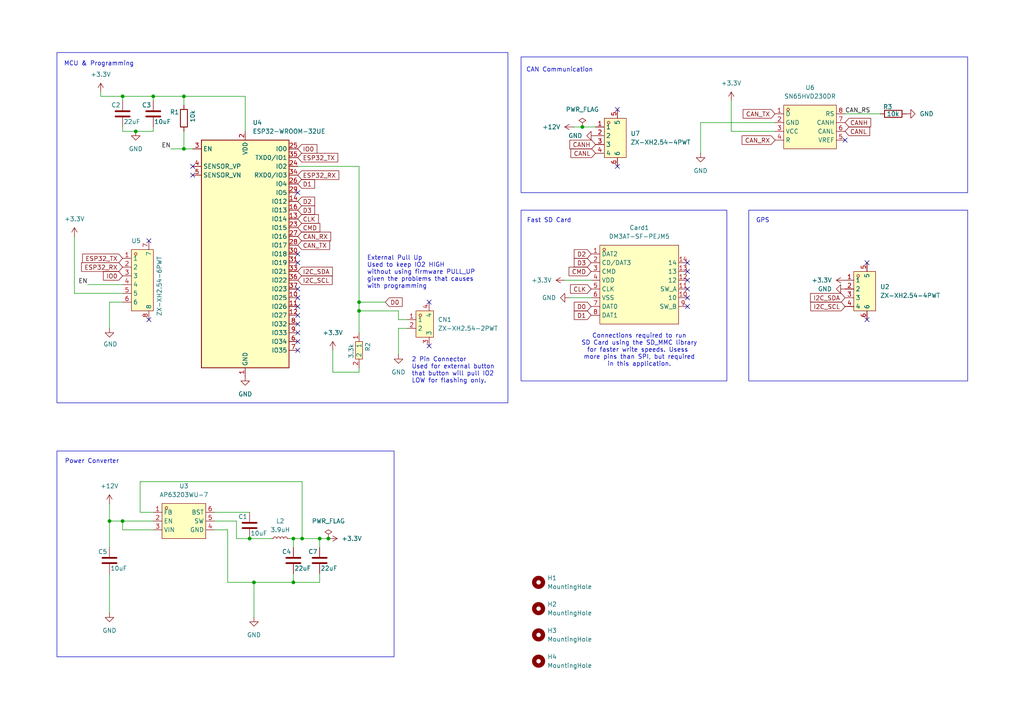
<source format=kicad_sch>
(kicad_sch (version 20250114) (generator "eeschema") (generator_version "9.0")
  (paper "A4")
  (lib_symbols
    (symbol "Device:C" (pin_numbers (hide yes)) (pin_names (offset 0.254))
      (property "Reference" "C" (at 0.635 2.54 0))
      (property "Value" "C" (at 0.635 -2.54 0))
      (symbol "C_0_1"
        (polyline (pts (xy -2.032 0.762) (xy 2.032 0.762)) (stroke (width 0.508)))
        (polyline (pts (xy -2.032 -0.762) (xy 2.032 -0.762)) (stroke (width 0.508)))
      )
      (symbol "C_1_1"
        (pin passive line (at 0 3.81 270) (length 2.794) (name "~") (number "1"))
        (pin passive line (at 0 -3.81 90) (length 2.794) (name "~") (number "2"))
      )
    )
    (symbol "Device:L_Small" (pin_numbers (hide yes)) (pin_names (offset 0.254) (hide yes))
      (property "Reference" "L" (at 0.762 1.016 0))
      (property "Value" "L_Small" (at 0.762 -1.016 0))
      (symbol "L_Small_0_1"
        (arc (start 0 2.032) (mid 0.5058 1.524) (end 0 1.016))
        (arc (start 0 1.016) (mid 0.5058 0.508) (end 0 0))
        (arc (start 0 0) (mid 0.5058 -0.508) (end 0 -1.016))
        (arc (start 0 -1.016) (mid 0.5058 -1.524) (end 0 -2.032))
      )
      (symbol "L_Small_1_1"
        (pin passive line (at 0 2.54 270) (length 0.508) (name "~") (number "1"))
        (pin passive line (at 0 -2.54 90) (length 0.508) (name "~") (number "2"))
      )
    )
    (symbol "Device:R" (pin_numbers (hide yes)) (pin_names (offset 0))
      (property "Reference" "R" (at 2.032 0 90))
      (property "Value" "R" (at 0 0 90))
      (symbol "R_0_1"
        (rectangle (start -1.016 -2.54) (end 1.016 2.54) (stroke (width 0.254)))
      )
      (symbol "R_1_1"
        (pin passive line (at 0 3.81 270) (length 1.27) (name "~") (number "1"))
        (pin passive line (at 0 -3.81 90) (length 1.27) (name "~") (number "2"))
      )
    )
    (symbol "LCSC:1206W4F3301T5E"
      (property "Reference" "R" (at 0 5.08 0))
      (property "Value" "1206W4F3301T5E" (at 0 -5.08 0))
      (symbol "1206W4F3301T5E_0_1"
        (rectangle (start -2.54 1.02) (end 2.54 -1.02) (fill (type background)))
        (pin input line (at -5.08 0 0) (length 2.54) (name "1") (number "1"))
        (pin input line (at 5.08 0 180) (length 2.54) (name "2") (number "2"))
      )
    )
    (symbol "LCSC:AP63203WU-7"
      (property "Reference" "U3" (at 0 10.16 0))
      (property "Value" "AP63203WU-7" (at 0 7.62 0))
      (symbol "AP63203WU-7_0_1"
        (rectangle (start -6.35 5.08) (end 6.35 -5.08) (fill (type background)))
        (circle (center -5.08 3.81) (radius 0.38))
      )
      (symbol "AP63203WU-7_1_1"
        (pin input line (at -8.89 2.54 0) (length 2.54) (name "FB") (number "1"))
        (pin input line (at -8.89 0 0) (length 2.54) (name "EN") (number "2"))
        (pin power_in line (at -8.89 -2.54 0) (length 2.54) (name "VIN") (number "3"))
        (pin bidirectional line (at 8.89 2.54 180) (length 2.54) (name "BST") (number "6"))
        (pin bidirectional line (at 8.89 0 180) (length 2.54) (name "SW") (number "5"))
        (pin power_out line (at 8.89 -2.54 180) (length 2.54) (name "GND") (number "4"))
      )
    )
    (symbol "LCSC:DM3AT-SF-PEJM5"
      (property "Reference" "Card" (at 0 12.7 0))
      (property "Value" "DM3AT-SF-PEJM5" (at 0 -15.24 0))
      (symbol "DM3AT-SF-PEJM5_0_1"
        (rectangle (start -11.43 10.16) (end 11.43 -12.7) (fill (type background)))
        (circle (center -10.16 8.89) (radius 0.38))
        (pin unspecified line (at -13.97 7.62 0) (length 2.54) (name "DAT2") (number "1"))
        (pin unspecified line (at -13.97 5.08 0) (length 2.54) (name "CD/DAT3") (number "2"))
        (pin unspecified line (at -13.97 2.54 0) (length 2.54) (name "CMD") (number "3"))
        (pin unspecified line (at -13.97 0 0) (length 2.54) (name "VDD") (number "4"))
        (pin unspecified line (at -13.97 -2.54 0) (length 2.54) (name "CLK") (number "5"))
        (pin unspecified line (at -13.97 -5.08 0) (length 2.54) (name "VSS") (number "6"))
        (pin unspecified line (at -13.97 -7.62 0) (length 2.54) (name "DAT0") (number "7"))
        (pin unspecified line (at -13.97 -10.16 0) (length 2.54) (name "DAT1") (number "8"))
        (pin unspecified line (at 13.97 5.08 180) (length 2.54) (name "14") (number "14"))
        (pin unspecified line (at 13.97 2.54 180) (length 2.54) (name "13") (number "13"))
        (pin unspecified line (at 13.97 0 180) (length 2.54) (name "12") (number "12"))
        (pin unspecified line (at 13.97 -2.54 180) (length 2.54) (name "SW_A") (number "11"))
        (pin unspecified line (at 13.97 -5.08 180) (length 2.54) (name "10") (number "10"))
        (pin unspecified line (at 13.97 -7.62 180) (length 2.54) (name "SW_B") (number "9"))
      )
    )
    (symbol "LCSC:SN65HVD230DR"
      (property "Reference" "U" (at 0 8.89 0))
      (property "Value" "SN65HVD230DR" (at 0 -8.89 0))
      (symbol "SN65HVD230DR_0_1"
        (rectangle (start -7.62 6.35) (end 7.62 -6.35) (fill (type background)))
        (circle (center -6.35 5.08) (radius 0.38))
        (pin unspecified line (at -10.16 3.81 0) (length 2.54) (name "D") (number "1"))
        (pin unspecified line (at -10.16 1.27 0) (length 2.54) (name "GND") (number "2"))
        (pin unspecified line (at -10.16 -1.27 0) (length 2.54) (name "VCC") (number "3"))
        (pin unspecified line (at -10.16 -3.81 0) (length 2.54) (name "R") (number "4"))
        (pin unspecified line (at 10.16 3.81 180) (length 2.54) (name "RS") (number "8"))
        (pin unspecified line (at 10.16 1.27 180) (length 2.54) (name "CANH") (number "7"))
        (pin unspecified line (at 10.16 -1.27 180) (length 2.54) (name "CANL") (number "6"))
        (pin unspecified line (at 10.16 -3.81 180) (length 2.54) (name "VREF") (number "5"))
      )
    )
    (symbol "LCSC:ZX-XH2.54-2PWT"
      (property "Reference" "CN" (at 0 11.43 0))
      (property "Value" "ZX-XH2.54-2PWT" (at 0 -11.43 0))
      (symbol "ZX-XH2.54-2PWT_0_1"
        (rectangle (start -1.27 3.81) (end 3.81 -3.81) (fill (type background)))
        (circle (center 0 2.54) (radius 0.38))
        (pin unspecified line (at -3.81 1.27 0) (length 2.54) (name "1") (number "1"))
        (pin unspecified line (at -3.81 -1.27 0) (length 2.54) (name "2") (number "2"))
        (pin unspecified line (at 2.54 6.35 270) (length 2.54) (name "4") (number "4"))
        (pin unspecified line (at 2.54 -6.35 90) (length 2.54) (name "3") (number "3"))
      )
    )
    (symbol "LCSC:ZX-XH2.54-4PWT"
      (property "Reference" "U" (at 0 13.97 0))
      (property "Value" "ZX-XH2.54-4PWT" (at 0 -12.7 0))
      (symbol "ZX-XH2.54-4PWT_0_1"
        (rectangle (start -1.27 6.35) (end 5.08 -5.08) (fill (type background)))
        (circle (center 0 5.08) (radius 0.38))
        (pin unspecified line (at -3.81 3.81 0) (length 2.54) (name "1") (number "1"))
        (pin unspecified line (at -3.81 1.27 0) (length 2.54) (name "2") (number "2"))
        (pin unspecified line (at -3.81 -1.27 0) (length 2.54) (name "3") (number "3"))
        (pin unspecified line (at -3.81 -3.81 0) (length 2.54) (name "4") (number "4"))
        (pin unspecified line (at 2.54 8.89 270) (length 2.54) (name "5") (number "5"))
        (pin unspecified line (at 2.54 -7.62 90) (length 2.54) (name "6") (number "6"))
      )
    )
    (symbol "LCSC:ZX-XH2.54-6PWT"
      (property "Reference" "U" (at 0 16.51 0))
      (property "Value" "ZX-XH2.54-6PWT" (at 0 -16.51 0))
      (symbol "ZX-XH2.54-6PWT_0_1"
        (rectangle (start -1.27 8.89) (end 5.08 -8.89) (fill (type background)))
        (circle (center 0 7.62) (radius 0.38))
        (pin unspecified line (at -3.81 6.35 0) (length 2.54) (name "1") (number "1"))
        (pin unspecified line (at -3.81 3.81 0) (length 2.54) (name "2") (number "2"))
        (pin unspecified line (at -3.81 1.27 0) (length 2.54) (name "3") (number "3"))
        (pin unspecified line (at -3.81 -1.27 0) (length 2.54) (name "4") (number "4"))
        (pin unspecified line (at -3.81 -3.81 0) (length 2.54) (name "5") (number "5"))
        (pin unspecified line (at -3.81 -6.35 0) (length 2.54) (name "6") (number "6"))
        (pin unspecified line (at 3.81 11.43 270) (length 2.54) (name "7") (number "7"))
        (pin unspecified line (at 3.81 -11.43 90) (length 2.54) (name "8") (number "8"))
      )
    )
    (symbol "Mechanical:MountingHole" (pin_names (offset 1.016)) (in_bom no)
      (property "Reference" "H" (at 0 5.08 0))
      (property "Value" "MountingHole" (at 0 3.175 0))
      (symbol "MountingHole_0_1"
        (circle (center 0 0) (radius 1.27) (stroke (width 1.27)))
      )
    )
    (symbol "RF_Module:ESP32-WROOM-32UE"
      (property "Reference" "U" (at -12.7 34.29 0))
      (property "Value" "ESP32-WROOM-32UE" (at 1.27 34.29 0))
      (symbol "ESP32-WROOM-32UE_0_1"
        (rectangle (start -12.7 33.02) (end 12.7 -33.02) (stroke (width 0.254)) (fill (type background)))
      )
      (symbol "ESP32-WROOM-32UE_1_1"
        (pin input line (at -15.24 30.48 0) (length 2.54) (name "EN") (number "3"))
        (pin input line (at -15.24 25.4 0) (length 2.54) (name "SENSOR_VP") (number "4"))
        (pin input line (at -15.24 22.86 0) (length 2.54) (name "SENSOR_VN") (number "5"))
        (pin no_connect line (at -12.7 0 0) (length 2.54) (hide yes) (name "NC") (number "21"))
        (pin no_connect line (at -12.7 -2.54 0) (length 2.54) (hide yes) (name "NC") (number "22"))
        (pin no_connect line (at -12.7 -5.08 0) (length 2.54) (hide yes) (name "NC") (number "17"))
        (pin no_connect line (at -12.7 -7.62 0) (length 2.54) (hide yes) (name "NC") (number "18"))
        (pin no_connect line (at -12.7 -10.16 0) (length 2.54) (hide yes) (name "NC") (number "20"))
        (pin no_connect line (at -12.7 -12.7 0) (length 2.54) (hide yes) (name "NC") (number "19"))
        (pin no_connect line (at -12.7 -27.94 0) (length 2.54) (hide yes) (name "NC") (number "32"))
        (pin power_in line (at 0 35.56 270) (length 2.54) (name "VDD") (number "2"))
        (pin power_in line (at 0 -35.56 90) (length 2.54) (name "GND") (number "1"))
        (pin passive line (at 0 -35.56 90) (length 2.54) (hide yes) (name "GND") (number "15"))
        (pin passive line (at 0 -35.56 90) (length 2.54) (hide yes) (name "GND") (number "38"))
        (pin passive line (at 0 -35.56 90) (length 2.54) (hide yes) (name "GND") (number "39"))
        (pin bidirectional line (at 15.24 30.48 180) (length 2.54) (name "IO0") (number "25"))
        (pin bidirectional line (at 15.24 27.94 180) (length 2.54) (name "TXD0/IO1") (number "35"))
        (pin bidirectional line (at 15.24 25.4 180) (length 2.54) (name "IO2") (number "24"))
        (pin bidirectional line (at 15.24 22.86 180) (length 2.54) (name "RXD0/IO3") (number "34"))
        (pin bidirectional line (at 15.24 20.32 180) (length 2.54) (name "IO4") (number "26"))
        (pin bidirectional line (at 15.24 17.78 180) (length 2.54) (name "IO5") (number "29"))
        (pin bidirectional line (at 15.24 15.24 180) (length 2.54) (name "IO12") (number "14"))
        (pin bidirectional line (at 15.24 12.7 180) (length 2.54) (name "IO13") (number "16"))
        (pin bidirectional line (at 15.24 10.16 180) (length 2.54) (name "IO14") (number "13"))
        (pin bidirectional line (at 15.24 7.62 180) (length 2.54) (name "IO15") (number "23"))
        (pin bidirectional line (at 15.24 5.08 180) (length 2.54) (name "IO16") (number "27"))
        (pin bidirectional line (at 15.24 2.54 180) (length 2.54) (name "IO17") (number "28"))
        (pin bidirectional line (at 15.24 0 180) (length 2.54) (name "IO18") (number "30"))
        (pin bidirectional line (at 15.24 -2.54 180) (length 2.54) (name "IO19") (number "31"))
        (pin bidirectional line (at 15.24 -5.08 180) (length 2.54) (name "IO21") (number "33"))
        (pin bidirectional line (at 15.24 -7.62 180) (length 2.54) (name "IO22") (number "36"))
        (pin bidirectional line (at 15.24 -10.16 180) (length 2.54) (name "IO23") (number "37"))
        (pin bidirectional line (at 15.24 -12.7 180) (length 2.54) (name "IO25") (number "10"))
        (pin bidirectional line (at 15.24 -15.24 180) (length 2.54) (name "IO26") (number "11"))
        (pin bidirectional line (at 15.24 -17.78 180) (length 2.54) (name "IO27") (number "12"))
        (pin bidirectional line (at 15.24 -20.32 180) (length 2.54) (name "IO32") (number "8"))
        (pin bidirectional line (at 15.24 -22.86 180) (length 2.54) (name "IO33") (number "9"))
        (pin input line (at 15.24 -25.4 180) (length 2.54) (name "IO34") (number "6"))
        (pin input line (at 15.24 -27.94 180) (length 2.54) (name "IO35") (number "7"))
      )
    )
    (symbol "power:+12V" (power) (pin_numbers (hide yes)) (pin_names (offset 0) (hide yes))
      (property "Value" "+12V" (at 0 3.556 0))
      (symbol "+12V_0_1"
        (polyline (pts (xy -0.762 1.27) (xy 0 2.54)))
        (polyline (pts (xy 0 2.54) (xy 0.762 1.27)))
        (polyline (pts (xy 0 0) (xy 0 2.54)))
      )
      (symbol "+12V_1_1"
        (pin power_in line (at 0 0 90) (length 0) (name "~") (number "1"))
      )
    )
    (symbol "power:+3.3V" (power) (pin_numbers (hide yes)) (pin_names (offset 0) (hide yes))
      (property "Value" "+3.3V" (at 0 3.556 0))
      (symbol "+3.3V_0_1"
        (polyline (pts (xy -0.762 1.27) (xy 0 2.54)))
        (polyline (pts (xy 0 2.54) (xy 0.762 1.27)))
        (polyline (pts (xy 0 0) (xy 0 2.54)))
      )
      (symbol "+3.3V_1_1"
        (pin power_in line (at 0 0 90) (length 0) (name "~") (number "1"))
      )
    )
    (symbol "power:GND" (power) (pin_numbers (hide yes)) (pin_names (offset 0) (hide yes))
      (property "Value" "GND" (at 0 -3.81 0))
      (symbol "GND_0_1"
        (polyline (pts (xy 0 0) (xy 0 -1.27) (xy 1.27 -1.27) (xy 0 -2.54) (xy -1.27 -1.27) (xy 0 -1.27)))
      )
      (symbol "GND_1_1"
        (pin power_in line (at 0 0 270) (length 0) (name "~") (number "1"))
      )
    )
    (symbol "power:GND1" (power) (pin_numbers (hide yes)) (pin_names (offset 0) (hide yes))
      (property "Value" "GND1" (at 0 -3.81 0))
      (symbol "GND1_0_1"
        (polyline (pts (xy 0 0) (xy 0 -1.27) (xy 1.27 -1.27) (xy 0 -2.54) (xy -1.27 -1.27) (xy 0 -1.27)))
      )
      (symbol "GND1_1_1"
        (pin power_in line (at 0 0 270) (length 0) (name "~") (number "1"))
      )
    )
    (symbol "power:PWR_FLAG" (power) (pin_numbers (hide yes)) (pin_names (offset 0) (hide yes))
      (property "Value" "PWR_FLAG" (at 0 3.81 0))
      (symbol "PWR_FLAG_0_0"
        (pin power_out line (at 0 0 90) (length 0) (name "~") (number "1"))
      )
      (symbol "PWR_FLAG_0_1"
        (polyline (pts (xy 0 0) (xy 0 1.27) (xy -1.016 1.905) (xy 0 2.54) (xy 1.016 1.905) (xy 0 1.27)))
      )
    )
  )
  (rectangle (start 151.13 60.96) (end 210.82 110.49))
  (rectangle (start 151.13 16.51) (end 280.67 55.88))
  (rectangle (start 16.51 130.81) (end 114.3 190.5))
  (rectangle (start 16.51 15.24) (end 147.32 116.84))
  (rectangle (start 217.17 60.96) (end 280.67 110.49))
  (text "Fast SD Card" (at 159.258 64.008 0) (effects (font (size 1.27 1.27))))
  (text "Connections required to run\nSD Card using the SD_MMC library\nfor faster write speeds. Usess \nmore pins than SPI, but required\nin this application." (at 185.42 101.6 0) (effects (font (size 1.27 1.27))))
  (text "CAN Communication" (at 162.306 20.32 0) (effects (font (size 1.27 1.27))))
  (text "MCU & Programming" (at 28.702 18.542 0) (effects (font (size 1.27 1.27))))
  (text "GPS" (at 221.234 64.008 0) (effects (font (size 1.27 1.27))))
  (text "External Pull Up\nUsed to keep IO2 HIGH\nwithout using firmware PULL_UP\ngiven the problems that causes \nwith programming" (at 106.426 78.994 0) (effects (font (size 1.27 1.27)) (justify left)))
  (text "2 Pin Connector\nUsed for external button\nthat button will pull IO2\nLOW for flashing only." (at 119.38 107.442 0) (effects (font (size 1.27 1.27)) (justify left)))
  (text "Power Converter" (at 26.67 133.858 0) (effects (font (size 1.27 1.27))))
  (junction (at 104.14 87.63))
  (junction (at 73.66 168.91))
  (junction (at 72.39 156.21))
  (junction (at 53.34 43.18))
  (junction (at 92.71 156.21))
  (junction (at 39.37 38.1))
  (junction (at 85.09 168.91))
  (junction (at 31.75 151.13))
  (junction (at 85.09 156.21))
  (junction (at 168.91 36.83))
  (junction (at 104.14 90.17))
  (junction (at 35.56 151.13))
  (junction (at 87.63 156.21))
  (junction (at 35.56 27.94))
  (junction (at 95.25 156.21))
  (junction (at 53.34 27.94))
  (junction (at 44.45 27.94))
  (no_connect (at 245.11 40.64))
  (no_connect (at 55.88 50.8))
  (no_connect (at 199.39 86.36))
  (no_connect (at 199.39 88.9))
  (no_connect (at 199.39 78.74))
  (no_connect (at 43.18 69.85))
  (no_connect (at 86.36 88.9))
  (no_connect (at 43.18 92.71))
  (no_connect (at 199.39 83.82))
  (no_connect (at 86.36 93.98))
  (no_connect (at 86.36 86.36))
  (no_connect (at 179.07 31.75))
  (no_connect (at 86.36 76.2))
  (no_connect (at 251.46 76.2))
  (no_connect (at 179.07 48.26))
  (no_connect (at 124.46 87.63))
  (no_connect (at 55.88 48.26))
  (no_connect (at 251.46 92.71))
  (no_connect (at 199.39 81.28))
  (no_connect (at 86.36 83.82))
  (no_connect (at 86.36 73.66))
  (no_connect (at 86.36 101.6))
  (no_connect (at 86.36 55.88))
  (no_connect (at 199.39 76.2))
  (no_connect (at 86.36 91.44))
  (no_connect (at 124.46 100.33))
  (no_connect (at 86.36 96.52))
  (no_connect (at 86.36 99.06))
  (wire (pts (xy 166.37 36.83) (xy 168.91 36.83)))
  (wire (pts (xy 29.21 26.67) (xy 29.21 27.94)))
  (wire (pts (xy 203.2 44.45) (xy 203.2 35.56)))
  (wire (pts (xy 53.34 27.94) (xy 53.34 30.48)))
  (wire (pts (xy 66.04 168.91) (xy 73.66 168.91)))
  (wire (pts (xy 73.66 168.91) (xy 73.66 179.07)))
  (wire (pts (xy 35.56 153.67) (xy 44.45 153.67)))
  (wire (pts (xy 31.75 151.13) (xy 35.56 151.13)))
  (wire (pts (xy 115.57 95.25) (xy 115.57 102.87)))
  (wire (pts (xy 168.91 36.83) (xy 172.72 36.83)))
  (wire (pts (xy 73.66 168.91) (xy 85.09 168.91)))
  (wire (pts (xy 35.56 38.1) (xy 39.37 38.1)))
  (wire (pts (xy 21.59 68.58) (xy 21.59 85.09)))
  (wire (pts (xy 104.14 48.26) (xy 104.14 87.63)))
  (wire (pts (xy 85.09 166.37) (xy 85.09 168.91)))
  (wire (pts (xy 212.09 38.1) (xy 224.79 38.1)))
  (wire (pts (xy 72.39 156.21) (xy 78.74 156.21)))
  (wire (pts (xy 203.2 35.56) (xy 224.79 35.56)))
  (wire (pts (xy 25.4 82.55) (xy 35.56 82.55)))
  (wire (pts (xy 83.82 156.21) (xy 85.09 156.21)))
  (wire (pts (xy 31.75 95.25) (xy 31.75 87.63)))
  (wire (pts (xy 39.37 38.1) (xy 44.45 38.1)))
  (wire (pts (xy 40.64 139.7) (xy 40.64 148.59)))
  (wire (pts (xy 21.59 85.09) (xy 35.56 85.09)))
  (wire (pts (xy 96.52 107.95) (xy 104.14 107.95)))
  (wire (pts (xy 85.09 156.21) (xy 87.63 156.21)))
  (wire (pts (xy 35.56 36.83) (xy 35.56 38.1)))
  (wire (pts (xy 92.71 156.21) (xy 92.71 158.75)))
  (wire (pts (xy 29.21 27.94) (xy 35.56 27.94)))
  (wire (pts (xy 118.11 95.25) (xy 115.57 95.25)))
  (wire (pts (xy 104.14 106.68) (xy 104.14 107.95)))
  (wire (pts (xy 71.12 38.1) (xy 71.12 27.94)))
  (wire (pts (xy 53.34 43.18) (xy 55.88 43.18)))
  (wire (pts (xy 87.63 156.21) (xy 87.63 139.7)))
  (wire (pts (xy 49.53 43.18) (xy 53.34 43.18)))
  (wire (pts (xy 35.56 153.67) (xy 35.56 151.13)))
  (wire (pts (xy 35.56 27.94) (xy 35.56 29.21)))
  (wire (pts (xy 86.36 48.26) (xy 104.14 48.26)))
  (wire (pts (xy 85.09 156.21) (xy 85.09 158.75)))
  (wire (pts (xy 96.52 101.6) (xy 96.52 107.95)))
  (wire (pts (xy 111.76 87.63) (xy 104.14 87.63)))
  (wire (pts (xy 87.63 156.21) (xy 92.71 156.21)))
  (wire (pts (xy 245.11 33.02) (xy 255.27 33.02)))
  (wire (pts (xy 53.34 27.94) (xy 71.12 27.94)))
  (wire (pts (xy 118.11 92.71) (xy 115.57 92.71)))
  (wire (pts (xy 53.34 38.1) (xy 53.34 43.18)))
  (wire (pts (xy 35.56 151.13) (xy 44.45 151.13)))
  (wire (pts (xy 163.83 81.28) (xy 171.45 81.28)))
  (wire (pts (xy 40.64 148.59) (xy 44.45 148.59)))
  (wire (pts (xy 92.71 166.37) (xy 92.71 168.91)))
  (wire (pts (xy 68.58 151.13) (xy 68.58 156.21)))
  (wire (pts (xy 87.63 139.7) (xy 40.64 139.7)))
  (wire (pts (xy 62.23 153.67) (xy 66.04 153.67)))
  (wire (pts (xy 104.14 87.63) (xy 104.14 90.17)))
  (wire (pts (xy 31.75 87.63) (xy 35.56 87.63)))
  (wire (pts (xy 212.09 29.21) (xy 212.09 38.1)))
  (wire (pts (xy 31.75 151.13) (xy 31.75 158.75)))
  (wire (pts (xy 85.09 168.91) (xy 92.71 168.91)))
  (wire (pts (xy 62.23 148.59) (xy 72.39 148.59)))
  (wire (pts (xy 66.04 153.67) (xy 66.04 168.91)))
  (wire (pts (xy 35.56 27.94) (xy 44.45 27.94)))
  (wire (pts (xy 62.23 151.13) (xy 68.58 151.13)))
  (wire (pts (xy 104.14 90.17) (xy 115.57 90.17)))
  (wire (pts (xy 44.45 27.94) (xy 53.34 27.94)))
  (wire (pts (xy 92.71 156.21) (xy 95.25 156.21)))
  (wire (pts (xy 104.14 90.17) (xy 104.14 96.52)))
  (wire (pts (xy 115.57 92.71) (xy 115.57 90.17)))
  (wire (pts (xy 68.58 156.21) (xy 72.39 156.21)))
  (wire (pts (xy 165.1 86.36) (xy 171.45 86.36)))
  (wire (pts (xy 44.45 27.94) (xy 44.45 29.21)))
  (wire (pts (xy 31.75 146.05) (xy 31.75 151.13)))
  (wire (pts (xy 44.45 38.1) (xy 44.45 36.83)))
  (wire (pts (xy 31.75 166.37) (xy 31.75 177.8)))
  (label "CAN_RS" (at 245.11 33.02 0))
  (label "EN" (at 25.4 82.55 180))
  (label "EN" (at 49.53 43.18 180))
  (global_label "D1" (shape input) (at 171.45 91.44 180) (property "Intersheetrefs" "${INTERSHEET_REFS}" (effects (hide yes))))
  (global_label "I2C_SCL" (shape input) (at 245.11 88.9 180) (property "Intersheetrefs" "${INTERSHEET_REFS}" (effects (hide yes))))
  (global_label "CANL" (shape input) (at 172.72 44.45 180) (property "Intersheetrefs" "${INTERSHEET_REFS}" (effects (hide yes))))
  (global_label "IO0" (shape input) (at 86.36 43.18 0) (property "Intersheetrefs" "${INTERSHEET_REFS}" (effects (hide yes))))
  (global_label "CLK" (shape input) (at 171.45 83.82 180) (property "Intersheetrefs" "${INTERSHEET_REFS}" (effects (hide yes))))
  (global_label "I2C_SCL" (shape input) (at 86.36 81.28 0) (property "Intersheetrefs" "${INTERSHEET_REFS}" (effects (hide yes))))
  (global_label "CAN_TX" (shape input) (at 224.79 33.02 180) (property "Intersheetrefs" "${INTERSHEET_REFS}" (effects (hide yes))))
  (global_label "D3" (shape input) (at 171.45 76.2 180) (property "Intersheetrefs" "${INTERSHEET_REFS}" (effects (hide yes))))
  (global_label "CLK" (shape input) (at 86.36 63.5 0) (property "Intersheetrefs" "${INTERSHEET_REFS}" (effects (hide yes))))
  (global_label "ESP32_TX" (shape input) (at 86.36 45.72 0) (property "Intersheetrefs" "${INTERSHEET_REFS}" (effects (hide yes))))
  (global_label "I2C_SDA" (shape input) (at 86.36 78.74 0) (property "Intersheetrefs" "${INTERSHEET_REFS}" (effects (hide yes))))
  (global_label "CANH" (shape input) (at 245.11 35.56 0) (property "Intersheetrefs" "${INTERSHEET_REFS}" (effects (hide yes))))
  (global_label "ESP32_TX" (shape input) (at 35.56 74.93 180) (property "Intersheetrefs" "${INTERSHEET_REFS}" (effects (hide yes))))
  (global_label "CMD" (shape input) (at 171.45 78.74 180) (property "Intersheetrefs" "${INTERSHEET_REFS}" (effects (hide yes))))
  (global_label "CAN_TX" (shape input) (at 86.36 71.12 0) (property "Intersheetrefs" "${INTERSHEET_REFS}" (effects (hide yes))))
  (global_label "D0" (shape input) (at 171.45 88.9 180) (property "Intersheetrefs" "${INTERSHEET_REFS}" (effects (hide yes))))
  (global_label "CAN_RX" (shape input) (at 224.79 40.64 180) (property "Intersheetrefs" "${INTERSHEET_REFS}" (effects (hide yes))))
  (global_label "CMD" (shape input) (at 86.36 66.04 0) (property "Intersheetrefs" "${INTERSHEET_REFS}" (effects (hide yes))))
  (global_label "ESP32_RX" (shape input) (at 86.36 50.8 0) (property "Intersheetrefs" "${INTERSHEET_REFS}" (effects (hide yes))))
  (global_label "ESP32_RX" (shape input) (at 35.56 77.47 180) (property "Intersheetrefs" "${INTERSHEET_REFS}" (effects (hide yes))))
  (global_label "I2C_SDA" (shape input) (at 245.11 86.36 180) (property "Intersheetrefs" "${INTERSHEET_REFS}" (effects (hide yes))))
  (global_label "D2" (shape input) (at 171.45 73.66 180) (property "Intersheetrefs" "${INTERSHEET_REFS}" (effects (hide yes))))
  (global_label "CANL" (shape input) (at 245.11 38.1 0) (property "Intersheetrefs" "${INTERSHEET_REFS}" (effects (hide yes))))
  (global_label "D1" (shape input) (at 86.36 53.34 0) (property "Intersheetrefs" "${INTERSHEET_REFS}" (effects (hide yes))))
  (global_label "IO0" (shape input) (at 35.56 80.01 180) (property "Intersheetrefs" "${INTERSHEET_REFS}" (effects (hide yes))))
  (global_label "CAN_RX" (shape input) (at 86.36 68.58 0) (property "Intersheetrefs" "${INTERSHEET_REFS}" (effects (hide yes))))
  (global_label "D0" (shape input) (at 111.76 87.63 0) (property "Intersheetrefs" "${INTERSHEET_REFS}" (effects (hide yes))))
  (global_label "D2" (shape input) (at 86.36 58.42 0) (property "Intersheetrefs" "${INTERSHEET_REFS}" (effects (hide yes))))
  (global_label "D3" (shape input) (at 86.36 60.96 0) (property "Intersheetrefs" "${INTERSHEET_REFS}" (effects (hide yes))))
  (global_label "CANH" (shape input) (at 172.72 41.91 180) (property "Intersheetrefs" "${INTERSHEET_REFS}" (effects (hide yes))))
  (symbol (lib_id "Device:R") (at 53.34 34.29 0) (unit 1)
    (property "Reference" "R1" (at 49.276 32.512 0) (effects (justify left)))
    (property "Value" "10k" (at 55.88 35.56 90) (effects (justify left)))
    (property "Footprint" "easyeda2kicad:R1206" (effects (hide yes)))
    (property "Datasheet" "https://lcsc.com/product-detail/Chip-Resistor-Surface-Mount-UniOhm_10KR-1002-1_C17902.html" (effects (hide yes)))
    (property "Description" "Resistor" (effects (hide yes)))
    (property "LCSC Part" "C17902" (effects (hide yes)))
  )
  (symbol (lib_id "Mechanical:MountingHole") (at 156.21 176.53 0) (unit 1) (in_bom no)
    (property "Reference" "H2" (at 158.75 175.2599 0) (effects (justify left)))
    (property "Value" "MountingHole" (at 158.75 177.7999 0) (effects (justify left)))
    (property "Footprint" "MountingHole:MountingHole_2.5mm" (effects (hide yes)))
    (property "Description" "Mounting Hole without connection" (effects (hide yes)))
  )
  (symbol (lib_id "power:GND") (at 245.11 83.82 270) (unit 1)
    (property "Reference" "#PWR013" (effects (hide yes)))
    (property "Value" "GND" (at 241.3 83.8199 90) (effects (justify right)))
    (property "Description" "Power symbol creates a global label with name \"GND\" , ground" (effects (hide yes)))
  )
  (symbol (lib_id "power:+12V") (at 166.37 36.83 90) (unit 1)
    (property "Reference" "#PWR027" (effects (hide yes)))
    (property "Value" "+12V" (at 162.56 36.8299 90) (effects (justify left)))
    (property "Description" "Power symbol creates a global label with name \"+12V\"" (effects (hide yes)))
  )
  (symbol (lib_id "power:+3.3V") (at 29.21 26.67 0) (unit 1)
    (property "Reference" "#PWR010" (effects (hide yes)))
    (property "Value" "+3.3V" (at 29.21 21.59 0))
    (property "Description" "Power symbol creates a global label with name \"+3.3V\"" (effects (hide yes)))
  )
  (symbol (lib_id "LCSC:SN65HVD230DR") (at 234.95 36.83 0) (unit 1)
    (property "Reference" "U6" (at 234.95 25.4 0))
    (property "Value" "SN65HVD230DR" (at 234.95 27.94 0))
    (property "Footprint" "easyeda2kicad:SOIC-8_L4.9-W3.9-P1.27-LS6.0-BL" (effects (hide yes)))
    (property "Datasheet" "https://lcsc.com/product-detail/CAN_TI_SN65HVD230DR_SN65HVD230DR_C12084.html" (effects (hide yes)))
    (property "LCSC Part" "C12084" (effects (hide yes)))
  )
  (symbol (lib_id "Mechanical:MountingHole") (at 156.21 191.77 0) (unit 1) (in_bom no)
    (property "Reference" "H4" (at 158.75 190.4999 0) (effects (justify left)))
    (property "Value" "MountingHole" (at 158.75 193.0399 0) (effects (justify left)))
    (property "Footprint" "MountingHole:MountingHole_2.5mm" (effects (hide yes)))
    (property "Description" "Mounting Hole without connection" (effects (hide yes)))
  )
  (symbol (lib_id "power:+3.3V") (at 212.09 29.21 0) (unit 1)
    (property "Reference" "#PWR025" (effects (hide yes)))
    (property "Value" "+3.3V" (at 212.09 24.13 0))
    (property "Description" "Power symbol creates a global label with name \"+3.3V\"" (effects (hide yes)))
  )
  (symbol (lib_id "power:PWR_FLAG") (at 168.91 36.83 0) (unit 1)
    (property "Reference" "#FLG01" (effects (hide yes)))
    (property "Value" "PWR_FLAG" (at 168.91 31.75 0))
    (property "Description" "Special symbol for telling ERC where power comes from" (effects (hide yes)))
  )
  (symbol (lib_id "power:+3.3V") (at 96.52 101.6 0) (unit 1)
    (property "Reference" "#PWR07" (effects (hide yes)))
    (property "Value" "+3.3V" (at 96.52 96.52 0))
    (property "Description" "Power symbol creates a global label with name \"+3.3V\"" (effects (hide yes)))
  )
  (symbol (lib_id "Device:C") (at 31.75 162.56 0) (unit 1)
    (property "Reference" "C5" (at 28.448 160.02 0) (effects (justify left)))
    (property "Value" "10uF" (at 32.004 164.846 0) (effects (justify left)))
    (property "Footprint" "easyeda2kicad:C1206" (effects (hide yes)))
    (property "Datasheet" "https://lcsc.com/product-detail/Multilayer-Ceramic-Capacitors-MLCC-SMD-SMT_SAMSUNG_CL31B104KBCNNNC_100nF-104-10-50V_C24497.html" (effects (hide yes)))
    (property "Description" "Unpolarized capacitor" (effects (hide yes)))
    (property "LCSC Part" "C24497" (effects (hide yes)))
  )
  (symbol (lib_id "LCSC:ZX-XH2.54-6PWT") (at 39.37 81.28 0) (unit 1)
    (property "Reference" "U5" (at 38.1 69.85 0) (effects (justify left)))
    (property "Value" "ZX-XH2.54-6PWT" (at 46.228 91.694 90) (effects (justify left)))
    (property "Footprint" "easyeda2kicad:CONN-SMD_ZX-XH2.54-6PWT" (effects (hide yes)))
    (property "LCSC Part" "C7429675" (effects (hide yes)))
  )
  (symbol (lib_id "power:+12V") (at 31.75 146.05 0) (unit 1)
    (property "Reference" "#PWR014" (effects (hide yes)))
    (property "Value" "+12V" (at 31.75 140.97 0))
    (property "Description" "Power symbol creates a global label with name \"+12V\"" (effects (hide yes)))
  )
  (symbol (lib_id "power:PWR_FLAG") (at 95.25 156.21 0) (unit 1)
    (property "Reference" "#FLG05" (effects (hide yes)))
    (property "Value" "PWR_FLAG" (at 95.25 151.13 0))
    (property "Description" "Special symbol for telling ERC where power comes from" (effects (hide yes)))
  )
  (symbol (lib_id "power:GND") (at 172.72 39.37 270) (unit 1)
    (property "Reference" "#PWR028" (effects (hide yes)))
    (property "Value" "GND" (at 168.91 39.3699 90) (effects (justify right)))
    (property "Description" "Power symbol creates a global label with name \"GND\" , ground" (effects (hide yes)))
  )
  (symbol (lib_id "Mechanical:MountingHole") (at 156.21 168.91 0) (unit 1) (in_bom no)
    (property "Reference" "H1" (at 158.75 167.6399 0) (effects (justify left)))
    (property "Value" "MountingHole" (at 158.75 170.1799 0) (effects (justify left)))
    (property "Footprint" "MountingHole:MountingHole_2.5mm" (effects (hide yes)))
    (property "Description" "Mounting Hole without connection" (effects (hide yes)))
  )
  (symbol (lib_id "power:GND") (at 203.2 44.45 0) (unit 1)
    (property "Reference" "#PWR011" (effects (hide yes)))
    (property "Value" "GND" (at 203.2 49.53 0))
    (property "Description" "Power symbol creates a global label with name \"GND\" , ground" (effects (hide yes)))
  )
  (symbol (lib_id "power:GND") (at 115.57 102.87 0) (unit 1)
    (property "Reference" "#PWR08" (effects (hide yes)))
    (property "Value" "GND" (at 115.57 107.95 0))
    (property "Description" "Power symbol creates a global label with name \"GND\" , ground" (effects (hide yes)))
  )
  (symbol (lib_id "Device:C") (at 85.09 162.56 0) (unit 1)
    (property "Reference" "C4" (at 81.788 160.02 0) (effects (justify left)))
    (property "Value" "22uF" (at 85.344 164.846 0) (effects (justify left)))
    (property "Footprint" "easyeda2kicad:C1206" (effects (hide yes)))
    (property "Datasheet" "https://lcsc.com/product-detail/Multilayer-Ceramic-Capacitors-MLCC-SMD-SMT_SAMSUNG_CL31B226KPHNNNE_22uF-226-10-10V_C87996.html" (effects (hide yes)))
    (property "Description" "Unpolarized capacitor" (effects (hide yes)))
    (property "LCSC Part" "C87996" (effects (hide yes)))
  )
  (symbol (lib_id "power:GND") (at 31.75 95.25 0) (unit 1)
    (property "Reference" "#PWR016" (effects (hide yes)))
    (property "Value" "GND" (at 32.004 99.822 0))
    (property "Description" "Power symbol creates a global label with name \"GND\" , ground" (effects (hide yes)))
  )
  (symbol (lib_id "power:GND") (at 39.37 38.1 0) (unit 1)
    (property "Reference" "#PWR09" (effects (hide yes)))
    (property "Value" "GND" (at 39.37 43.18 0))
    (property "Description" "Power symbol creates a global label with name \"GND\" , ground" (effects (hide yes)))
  )
  (symbol (lib_id "power:GND") (at 165.1 86.36 270) (unit 1)
    (property "Reference" "#PWR01" (effects (hide yes)))
    (property "Value" "GND" (at 161.29 86.3599 90) (effects (justify right)))
    (property "Description" "Power symbol creates a global label with name \"GND\" , ground" (effects (hide yes)))
  )
  (symbol (lib_id "power:+3.3V") (at 21.59 68.58 0) (unit 1)
    (property "Reference" "#PWR017" (effects (hide yes)))
    (property "Value" "+3.3V" (at 21.59 63.5 0))
    (property "Description" "Power symbol creates a global label with name \"+3.3V\"" (effects (hide yes)))
  )
  (symbol (lib_id "Mechanical:MountingHole") (at 156.21 184.15 0) (unit 1) (in_bom no)
    (property "Reference" "H3" (at 158.75 182.8799 0) (effects (justify left)))
    (property "Value" "MountingHole" (at 158.75 185.4199 0) (effects (justify left)))
    (property "Footprint" "MountingHole:MountingHole_2.5mm" (effects (hide yes)))
    (property "Description" "Mounting Hole without connection" (effects (hide yes)))
  )
  (symbol (lib_id "power:+3.3V") (at 95.25 156.21 270) (unit 1)
    (property "Reference" "#PWR021" (effects (hide yes)))
    (property "Value" "+3.3V" (at 99.06 156.2099 90) (effects (justify left)))
    (property "Description" "Power symbol creates a global label with name \"+3.3V\"" (effects (hide yes)))
  )
  (symbol (lib_id "LCSC:ZX-XH2.54-4PWT") (at 176.53 40.64 0) (unit 1)
    (property "Reference" "U7" (at 182.88 38.7349 0) (effects (justify left)))
    (property "Value" "ZX-XH2.54-4PWT" (at 182.88 41.2749 0) (effects (justify left)))
    (property "Footprint" "easyeda2kicad:CONN-SMD_4P-P2.50-WAFER-254W-4P" (effects (hide yes)))
    (property "LCSC Part" "C7429673" (effects (hide yes)))
  )
  (symbol (lib_id "LCSC:ZX-XH2.54-4PWT") (at 248.92 85.09 0) (unit 1)
    (property "Reference" "U2" (at 255.27 83.1849 0) (effects (justify left)))
    (property "Value" "ZX-XH2.54-4PWT" (at 255.27 85.7249 0) (effects (justify left)))
    (property "Footprint" "easyeda2kicad:CONN-SMD_4P-P2.50-WAFER-254W-4P" (effects (hide yes)))
    (property "LCSC Part" "C7429673" (effects (hide yes)))
  )
  (symbol (lib_id "power:GND") (at 262.89 33.02 90) (unit 1)
    (property "Reference" "#PWR024" (effects (hide yes)))
    (property "Value" "GND" (at 266.7 33.0201 90) (effects (justify right)))
    (property "Description" "Power symbol creates a global label with name \"GND\" , ground" (effects (hide yes)))
  )
  (symbol (lib_id "LCSC:1206W4F3301T5E") (at 104.14 101.6 270) (unit 1)
    (property "Reference" "R2" (at 106.68 100.584 0))
    (property "Value" "3.3k" (at 101.854 101.854 0))
    (property "Footprint" "easyeda2kicad:R1206" (effects (hide yes)))
    (property "Datasheet" "https://lcsc.com/product-detail/Chip-Resistor-Surface-Mount-UniOhm_3-3KR-3301-1_C26032.html" (effects (hide yes)))
    (property "LCSC Part" "C26032" (effects (hide yes)))
  )
  (symbol (lib_id "LCSC:AP63203WU-7") (at 53.34 151.13 0) (unit 1)
    (property "Reference" "U3" (at 53.34 140.97 0))
    (property "Value" "AP63203WU-7" (at 53.34 143.51 0))
    (property "Footprint" "easyeda2kicad:TSOT-26_L2.9-W1.6-P0.95-LS2.8-BL" (effects (hide yes)))
    (property "LCSC Part" "C780769" (effects (hide yes)))
  )
  (symbol (lib_id "power:GND1") (at 31.75 177.8 0) (unit 1)
    (property "Reference" "#PWR015" (effects (hide yes)))
    (property "Value" "GND" (at 31.75 182.88 0))
    (property "Description" "Power symbol creates a global label with name \"GND1\" , ground" (effects (hide yes)))
  )
  (symbol (lib_id "power:+3.3V") (at 245.11 81.28 90) (unit 1)
    (property "Reference" "#PWR012" (effects (hide yes)))
    (property "Value" "+3.3V" (at 241.3 81.2799 90) (effects (justify left)))
    (property "Description" "Power symbol creates a global label with name \"+3.3V\"" (effects (hide yes)))
  )
  (symbol (lib_id "Device:C") (at 35.56 33.02 0) (unit 1)
    (property "Reference" "C2" (at 32.258 30.48 0) (effects (justify left)))
    (property "Value" "22uF" (at 35.814 35.306 0) (effects (justify left)))
    (property "Footprint" "easyeda2kicad:C1206" (effects (hide yes)))
    (property "Datasheet" "https://lcsc.com/product-detail/Multilayer-Ceramic-Capacitors-MLCC-SMD-SMT_SAMSUNG_CL31B226KPHNNNE_22uF-226-10-10V_C87996.html" (effects (hide yes)))
    (property "Description" "Unpolarized capacitor" (effects (hide yes)))
    (property "LCSC Part" "C87996" (effects (hide yes)))
  )
  (symbol (lib_id "LCSC:DM3AT-SF-PEJM5") (at 185.42 81.28 0) (unit 1)
    (property "Reference" "Card1" (at 185.42 66.04 0))
    (property "Value" "DM3AT-SF-PEJM5" (at 185.42 68.58 0))
    (property "Footprint" "easyeda2kicad:SD-SMD_DM3AT-SF-PEJM5" (effects (hide yes)))
    (property "Datasheet" "https://lcsc.com/product-detail/Connector-Card-Sockets_Hirose_DM3AT-SF-PEJM5_Hirose-HRS-DM3AT-SF-PEJM5_C114218.html" (effects (hide yes)))
    (property "LCSC Part" "C114218" (effects (hide yes)))
  )
  (symbol (lib_id "Device:L_Small") (at 81.28 156.21 90) (unit 1)
    (property "Reference" "L2" (at 81.28 151.13 90))
    (property "Value" "3.9uH" (at 81.28 153.67 90))
    (property "Footprint" "easyeda2kicad:L1210" (effects (hide yes)))
    (property "Datasheet" "https://lcsc.com/product-detail/Inductors-SMD_TDK_NLV32T-3R9J-EF_TDK-NLV32T-3R9J-EF_C295120.html" (effects (hide yes)))
    (property "Description" "Inductor, small symbol" (effects (hide yes)))
    (property "LCSC Part" "C295120" (effects (hide yes)))
  )
  (symbol (lib_id "Device:R") (at 259.08 33.02 90) (unit 1)
    (property "Reference" "R3" (at 258.826 30.988 90) (effects (justify left)))
    (property "Value" "10k" (at 260.858 33.02 90) (effects (justify left)))
    (property "Footprint" "easyeda2kicad:R1206" (effects (hide yes)))
    (property "Datasheet" "https://lcsc.com/product-detail/Chip-Resistor-Surface-Mount-UniOhm_10KR-1002-1_C17902.html" (effects (hide yes)))
    (property "Description" "Resistor" (effects (hide yes)))
    (property "LCSC Part" "C17902" (effects (hide yes)))
  )
  (symbol (lib_id "RF_Module:ESP32-WROOM-32UE") (at 71.12 73.66 0) (unit 1)
    (property "Reference" "U4" (at 73.2633 35.56 0) (effects (justify left)))
    (property "Value" "ESP32-WROOM-32UE" (at 73.2633 38.1 0) (effects (justify left)))
    (property "Footprint" "easyeda2kicad:WIFIM-SMD_38P-L19.2-W18.0-P1.27" (effects (hide yes)))
    (property "Datasheet" "https://lcsc.com/product-detail/_Espressif-Systems-ESP32-WROOM-32U_C328062.html" (effects (hide yes)))
    (property "Description" "RF Module, ESP32-D0WD-V3 SoC, without PSRAM, Wi-Fi 802.11b/g/n, Bluetooth, BLE, 32-bit, 2.7-3.6V, external antenna, SMD" (effects (hide yes)))
    (property "LCSC Part" "C328062" (effects (hide yes)))
  )
  (symbol (lib_id "power:+3.3V") (at 163.83 81.28 90) (unit 1)
    (property "Reference" "#PWR06" (effects (hide yes)))
    (property "Value" "+3.3V" (at 160.02 81.2799 90) (effects (justify left)))
    (property "Description" "Power symbol creates a global label with name \"+3.3V\"" (effects (hide yes)))
  )
  (symbol (lib_id "Device:C") (at 72.39 152.4 0) (unit 1)
    (property "Reference" "C1" (at 69.088 149.86 0) (effects (justify left)))
    (property "Value" "10uF" (at 72.644 154.686 0) (effects (justify left)))
    (property "Footprint" "easyeda2kicad:C1206" (effects (hide yes)))
    (property "Datasheet" "https://lcsc.com/product-detail/Multilayer-Ceramic-Capacitors-MLCC-SMD-SMT_SAMSUNG_CL31B104KBCNNNC_100nF-104-10-50V_C24497.html" (effects (hide yes)))
    (property "Description" "Unpolarized capacitor" (effects (hide yes)))
    (property "LCSC Part" "C24497" (effects (hide yes)))
  )
  (symbol (lib_id "Device:C") (at 92.71 162.56 0) (unit 1)
    (property "Reference" "C7" (at 89.408 160.02 0) (effects (justify left)))
    (property "Value" "22uF" (at 92.964 164.846 0) (effects (justify left)))
    (property "Footprint" "easyeda2kicad:C1206" (effects (hide yes)))
    (property "Datasheet" "https://lcsc.com/product-detail/Multilayer-Ceramic-Capacitors-MLCC-SMD-SMT_SAMSUNG_CL31B226KPHNNNE_22uF-226-10-10V_C87996.html" (effects (hide yes)))
    (property "Description" "Unpolarized capacitor" (effects (hide yes)))
    (property "LCSC Part" "C87996" (effects (hide yes)))
  )
  (symbol (lib_id "power:GND") (at 71.12 109.22 0) (unit 1)
    (property "Reference" "#PWR02" (effects (hide yes)))
    (property "Value" "GND" (at 71.12 114.3 0))
    (property "Description" "Power symbol creates a global label with name \"GND\" , ground" (effects (hide yes)))
  )
  (symbol (lib_id "LCSC:ZX-XH2.54-2PWT") (at 121.92 93.98 0) (unit 1)
    (property "Reference" "CN1" (at 127 92.7099 0) (effects (justify left)))
    (property "Value" "ZX-XH2.54-2PWT" (at 127 95.2499 0) (effects (justify left)))
    (property "Footprint" "easyeda2kicad:CONN-SMD_2P-P2.54_MEGASTAR_ZX-XH2.54-2PWT" (effects (hide yes)))
    (property "LCSC Part" "C7429671" (effects (hide yes)))
  )
  (symbol (lib_id "power:GND") (at 73.66 179.07 0) (unit 1)
    (property "Reference" "#PWR020" (effects (hide yes)))
    (property "Value" "GND" (at 73.66 184.15 0))
    (property "Description" "Power symbol creates a global label with name \"GND\" , ground" (effects (hide yes)))
  )
  (symbol (lib_id "Device:C") (at 44.45 33.02 0) (unit 1)
    (property "Reference" "C3" (at 41.148 30.48 0) (effects (justify left)))
    (property "Value" "10uF" (at 44.704 35.306 0) (effects (justify left)))
    (property "Footprint" "easyeda2kicad:C1206" (effects (hide yes)))
    (property "Datasheet" "https://lcsc.com/product-detail/Multilayer-Ceramic-Capacitors-MLCC-SMD-SMT_SAMSUNG_CL31B104KBCNNNC_100nF-104-10-50V_C24497.html" (effects (hide yes)))
    (property "Description" "Unpolarized capacitor" (effects (hide yes)))
    (property "LCSC Part" "C24497" (effects (hide yes)))
  )
)
</source>
